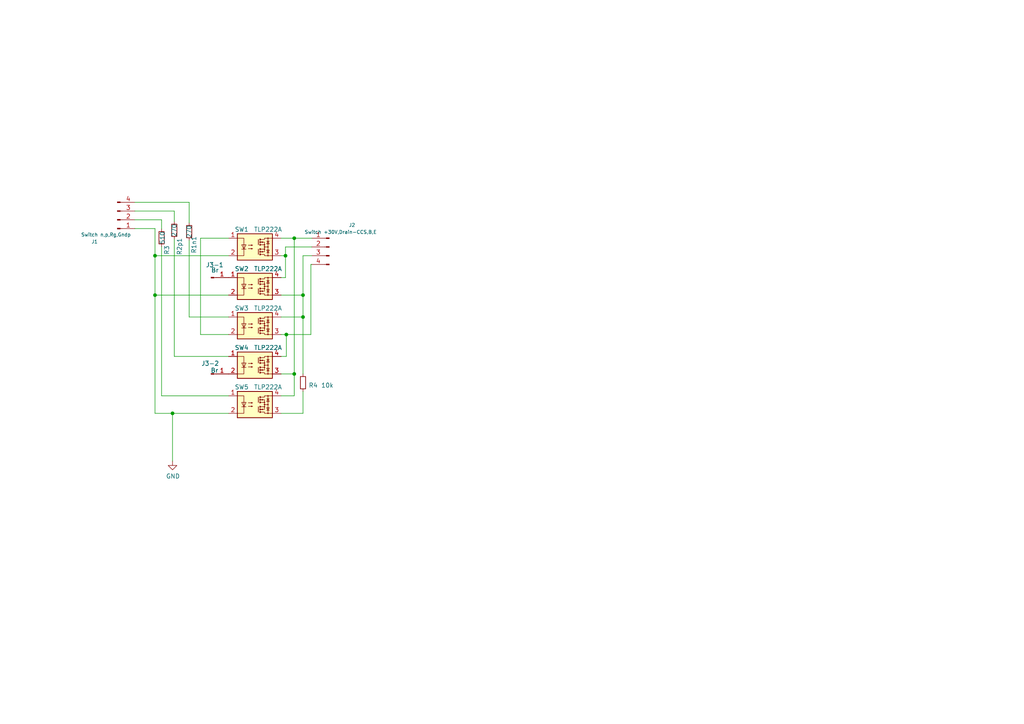
<source format=kicad_sch>
(kicad_sch (version 20211123) (generator eeschema)

  (uuid 4100db7a-9230-4f32-874f-cc5db8c21215)

  (paper "A4")

  (lib_symbols
    (symbol "Connector:Conn_01x01_Male" (pin_names (offset 1.016) hide) (in_bom yes) (on_board yes)
      (property "Reference" "J" (id 0) (at 0 2.54 0)
        (effects (font (size 1.27 1.27)))
      )
      (property "Value" "Conn_01x01_Male" (id 1) (at 0 -2.54 0)
        (effects (font (size 1.27 1.27)))
      )
      (property "Footprint" "" (id 2) (at 0 0 0)
        (effects (font (size 1.27 1.27)) hide)
      )
      (property "Datasheet" "~" (id 3) (at 0 0 0)
        (effects (font (size 1.27 1.27)) hide)
      )
      (property "ki_keywords" "connector" (id 4) (at 0 0 0)
        (effects (font (size 1.27 1.27)) hide)
      )
      (property "ki_description" "Generic connector, single row, 01x01, script generated (kicad-library-utils/schlib/autogen/connector/)" (id 5) (at 0 0 0)
        (effects (font (size 1.27 1.27)) hide)
      )
      (property "ki_fp_filters" "Connector*:*" (id 6) (at 0 0 0)
        (effects (font (size 1.27 1.27)) hide)
      )
      (symbol "Conn_01x01_Male_1_1"
        (polyline
          (pts
            (xy 1.27 0)
            (xy 0.8636 0)
          )
          (stroke (width 0.1524) (type default) (color 0 0 0 0))
          (fill (type none))
        )
        (rectangle (start 0.8636 0.127) (end 0 -0.127)
          (stroke (width 0.1524) (type default) (color 0 0 0 0))
          (fill (type outline))
        )
        (pin passive line (at 5.08 0 180) (length 3.81)
          (name "Pin_1" (effects (font (size 1.27 1.27))))
          (number "1" (effects (font (size 1.27 1.27))))
        )
      )
    )
    (symbol "Connector:Conn_01x04_Male" (pin_names (offset 1.016) hide) (in_bom yes) (on_board yes)
      (property "Reference" "J" (id 0) (at 0 5.08 0)
        (effects (font (size 1.27 1.27)))
      )
      (property "Value" "Conn_01x04_Male" (id 1) (at 0 -7.62 0)
        (effects (font (size 1.27 1.27)))
      )
      (property "Footprint" "" (id 2) (at 0 0 0)
        (effects (font (size 1.27 1.27)) hide)
      )
      (property "Datasheet" "~" (id 3) (at 0 0 0)
        (effects (font (size 1.27 1.27)) hide)
      )
      (property "ki_keywords" "connector" (id 4) (at 0 0 0)
        (effects (font (size 1.27 1.27)) hide)
      )
      (property "ki_description" "Generic connector, single row, 01x04, script generated (kicad-library-utils/schlib/autogen/connector/)" (id 5) (at 0 0 0)
        (effects (font (size 1.27 1.27)) hide)
      )
      (property "ki_fp_filters" "Connector*:*_1x??_*" (id 6) (at 0 0 0)
        (effects (font (size 1.27 1.27)) hide)
      )
      (symbol "Conn_01x04_Male_1_1"
        (polyline
          (pts
            (xy 1.27 -5.08)
            (xy 0.8636 -5.08)
          )
          (stroke (width 0.1524) (type default) (color 0 0 0 0))
          (fill (type none))
        )
        (polyline
          (pts
            (xy 1.27 -2.54)
            (xy 0.8636 -2.54)
          )
          (stroke (width 0.1524) (type default) (color 0 0 0 0))
          (fill (type none))
        )
        (polyline
          (pts
            (xy 1.27 0)
            (xy 0.8636 0)
          )
          (stroke (width 0.1524) (type default) (color 0 0 0 0))
          (fill (type none))
        )
        (polyline
          (pts
            (xy 1.27 2.54)
            (xy 0.8636 2.54)
          )
          (stroke (width 0.1524) (type default) (color 0 0 0 0))
          (fill (type none))
        )
        (rectangle (start 0.8636 -4.953) (end 0 -5.207)
          (stroke (width 0.1524) (type default) (color 0 0 0 0))
          (fill (type outline))
        )
        (rectangle (start 0.8636 -2.413) (end 0 -2.667)
          (stroke (width 0.1524) (type default) (color 0 0 0 0))
          (fill (type outline))
        )
        (rectangle (start 0.8636 0.127) (end 0 -0.127)
          (stroke (width 0.1524) (type default) (color 0 0 0 0))
          (fill (type outline))
        )
        (rectangle (start 0.8636 2.667) (end 0 2.413)
          (stroke (width 0.1524) (type default) (color 0 0 0 0))
          (fill (type outline))
        )
        (pin passive line (at 5.08 2.54 180) (length 3.81)
          (name "Pin_1" (effects (font (size 1.27 1.27))))
          (number "1" (effects (font (size 1.27 1.27))))
        )
        (pin passive line (at 5.08 0 180) (length 3.81)
          (name "Pin_2" (effects (font (size 1.27 1.27))))
          (number "2" (effects (font (size 1.27 1.27))))
        )
        (pin passive line (at 5.08 -2.54 180) (length 3.81)
          (name "Pin_3" (effects (font (size 1.27 1.27))))
          (number "3" (effects (font (size 1.27 1.27))))
        )
        (pin passive line (at 5.08 -5.08 180) (length 3.81)
          (name "Pin_4" (effects (font (size 1.27 1.27))))
          (number "4" (effects (font (size 1.27 1.27))))
        )
      )
    )
    (symbol "Device:R_Small" (pin_numbers hide) (pin_names (offset 0.254) hide) (in_bom yes) (on_board yes)
      (property "Reference" "R" (id 0) (at 0.762 0.508 0)
        (effects (font (size 1.27 1.27)) (justify left))
      )
      (property "Value" "R_Small" (id 1) (at 0.762 -1.016 0)
        (effects (font (size 1.27 1.27)) (justify left))
      )
      (property "Footprint" "" (id 2) (at 0 0 0)
        (effects (font (size 1.27 1.27)) hide)
      )
      (property "Datasheet" "~" (id 3) (at 0 0 0)
        (effects (font (size 1.27 1.27)) hide)
      )
      (property "ki_keywords" "R resistor" (id 4) (at 0 0 0)
        (effects (font (size 1.27 1.27)) hide)
      )
      (property "ki_description" "Resistor, small symbol" (id 5) (at 0 0 0)
        (effects (font (size 1.27 1.27)) hide)
      )
      (property "ki_fp_filters" "R_*" (id 6) (at 0 0 0)
        (effects (font (size 1.27 1.27)) hide)
      )
      (symbol "R_Small_0_1"
        (rectangle (start -0.762 1.778) (end 0.762 -1.778)
          (stroke (width 0.2032) (type default) (color 0 0 0 0))
          (fill (type none))
        )
      )
      (symbol "R_Small_1_1"
        (pin passive line (at 0 2.54 270) (length 0.762)
          (name "~" (effects (font (size 1.27 1.27))))
          (number "1" (effects (font (size 1.27 1.27))))
        )
        (pin passive line (at 0 -2.54 90) (length 0.762)
          (name "~" (effects (font (size 1.27 1.27))))
          (number "2" (effects (font (size 1.27 1.27))))
        )
      )
    )
    (symbol "Relay_SolidState:TLP222A" (in_bom yes) (on_board yes)
      (property "Reference" "U" (id 0) (at -5.08 5.08 0)
        (effects (font (size 1.27 1.27)) (justify left))
      )
      (property "Value" "TLP222A" (id 1) (at 0 5.08 0)
        (effects (font (size 1.27 1.27)) (justify left))
      )
      (property "Footprint" "Package_DIP:DIP-4_W7.62mm" (id 2) (at -5.08 -5.08 0)
        (effects (font (size 1.27 1.27) italic) (justify left) hide)
      )
      (property "Datasheet" "https://toshiba.semicon-storage.com/info/docget.jsp?did=17036&prodName=TLP222A" (id 3) (at 0 0 0)
        (effects (font (size 1.27 1.27)) (justify left) hide)
      )
      (property "ki_keywords" "MOSFET Output Photorelay 1-Form-A" (id 4) (at 0 0 0)
        (effects (font (size 1.27 1.27)) hide)
      )
      (property "ki_description" "MOSFET Photorelay 1-Form-A, Voff 60V, Ion 0,5A, DIP4" (id 5) (at 0 0 0)
        (effects (font (size 1.27 1.27)) hide)
      )
      (property "ki_fp_filters" "DIP*W7.62mm*" (id 6) (at 0 0 0)
        (effects (font (size 1.27 1.27)) hide)
      )
      (symbol "TLP222A_0_1"
        (rectangle (start -5.08 3.81) (end 5.08 -3.81)
          (stroke (width 0.254) (type default) (color 0 0 0 0))
          (fill (type background))
        )
        (polyline
          (pts
            (xy -3.81 -0.635)
            (xy -2.54 -0.635)
          )
          (stroke (width 0) (type default) (color 0 0 0 0))
          (fill (type none))
        )
        (polyline
          (pts
            (xy 1.016 -0.635)
            (xy 1.016 -2.159)
          )
          (stroke (width 0.2032) (type default) (color 0 0 0 0))
          (fill (type none))
        )
        (polyline
          (pts
            (xy 1.016 2.159)
            (xy 1.016 0.635)
          )
          (stroke (width 0.2032) (type default) (color 0 0 0 0))
          (fill (type none))
        )
        (polyline
          (pts
            (xy 1.524 -0.508)
            (xy 1.524 -0.762)
          )
          (stroke (width 0.3556) (type default) (color 0 0 0 0))
          (fill (type none))
        )
        (polyline
          (pts
            (xy 2.794 0)
            (xy 3.81 0)
          )
          (stroke (width 0) (type default) (color 0 0 0 0))
          (fill (type none))
        )
        (polyline
          (pts
            (xy 3.429 -1.651)
            (xy 4.191 -1.651)
          )
          (stroke (width 0) (type default) (color 0 0 0 0))
          (fill (type none))
        )
        (polyline
          (pts
            (xy 3.429 1.651)
            (xy 4.191 1.651)
          )
          (stroke (width 0) (type default) (color 0 0 0 0))
          (fill (type none))
        )
        (polyline
          (pts
            (xy 3.81 -2.54)
            (xy 3.81 2.54)
          )
          (stroke (width 0) (type default) (color 0 0 0 0))
          (fill (type none))
        )
        (polyline
          (pts
            (xy 1.524 -2.032)
            (xy 1.524 -2.286)
            (xy 1.524 -2.286)
          )
          (stroke (width 0.3556) (type default) (color 0 0 0 0))
          (fill (type none))
        )
        (polyline
          (pts
            (xy 1.524 -1.27)
            (xy 1.524 -1.524)
            (xy 1.524 -1.524)
          )
          (stroke (width 0.3556) (type default) (color 0 0 0 0))
          (fill (type none))
        )
        (polyline
          (pts
            (xy 1.524 0.762)
            (xy 1.524 0.508)
            (xy 1.524 0.508)
          )
          (stroke (width 0.3556) (type default) (color 0 0 0 0))
          (fill (type none))
        )
        (polyline
          (pts
            (xy 1.524 1.524)
            (xy 1.524 1.27)
            (xy 1.524 1.27)
          )
          (stroke (width 0.3556) (type default) (color 0 0 0 0))
          (fill (type none))
        )
        (polyline
          (pts
            (xy 1.524 2.286)
            (xy 1.524 2.032)
            (xy 1.524 2.032)
          )
          (stroke (width 0.3556) (type default) (color 0 0 0 0))
          (fill (type none))
        )
        (polyline
          (pts
            (xy 1.651 -1.397)
            (xy 2.794 -1.397)
            (xy 2.794 -0.635)
          )
          (stroke (width 0) (type default) (color 0 0 0 0))
          (fill (type none))
        )
        (polyline
          (pts
            (xy 1.651 1.397)
            (xy 2.794 1.397)
            (xy 2.794 0.635)
          )
          (stroke (width 0) (type default) (color 0 0 0 0))
          (fill (type none))
        )
        (polyline
          (pts
            (xy -5.08 2.54)
            (xy -3.175 2.54)
            (xy -3.175 -2.54)
            (xy -5.08 -2.54)
          )
          (stroke (width 0) (type default) (color 0 0 0 0))
          (fill (type none))
        )
        (polyline
          (pts
            (xy -3.175 -0.635)
            (xy -3.81 0.635)
            (xy -2.54 0.635)
            (xy -3.175 -0.635)
          )
          (stroke (width 0) (type default) (color 0 0 0 0))
          (fill (type none))
        )
        (polyline
          (pts
            (xy 1.651 -2.159)
            (xy 2.794 -2.159)
            (xy 2.794 -2.54)
            (xy 5.08 -2.54)
          )
          (stroke (width 0) (type default) (color 0 0 0 0))
          (fill (type none))
        )
        (polyline
          (pts
            (xy 1.651 -0.635)
            (xy 2.794 -0.635)
            (xy 2.794 0.635)
            (xy 1.651 0.635)
          )
          (stroke (width 0) (type default) (color 0 0 0 0))
          (fill (type none))
        )
        (polyline
          (pts
            (xy 1.651 2.159)
            (xy 2.794 2.159)
            (xy 2.794 2.54)
            (xy 5.08 2.54)
          )
          (stroke (width 0) (type default) (color 0 0 0 0))
          (fill (type none))
        )
        (polyline
          (pts
            (xy 1.778 -1.397)
            (xy 2.286 -1.27)
            (xy 2.286 -1.524)
            (xy 1.778 -1.397)
          )
          (stroke (width 0) (type default) (color 0 0 0 0))
          (fill (type none))
        )
        (polyline
          (pts
            (xy 1.778 1.397)
            (xy 2.286 1.524)
            (xy 2.286 1.27)
            (xy 1.778 1.397)
          )
          (stroke (width 0) (type default) (color 0 0 0 0))
          (fill (type none))
        )
        (polyline
          (pts
            (xy 3.81 -1.651)
            (xy 3.429 -0.889)
            (xy 4.191 -0.889)
            (xy 3.81 -1.651)
          )
          (stroke (width 0) (type default) (color 0 0 0 0))
          (fill (type none))
        )
        (polyline
          (pts
            (xy 3.81 1.651)
            (xy 3.429 0.889)
            (xy 4.191 0.889)
            (xy 3.81 1.651)
          )
          (stroke (width 0) (type default) (color 0 0 0 0))
          (fill (type none))
        )
        (polyline
          (pts
            (xy -1.905 -0.508)
            (xy -0.635 -0.508)
            (xy -1.016 -0.635)
            (xy -1.016 -0.381)
            (xy -0.635 -0.508)
          )
          (stroke (width 0) (type default) (color 0 0 0 0))
          (fill (type none))
        )
        (polyline
          (pts
            (xy -1.905 0.508)
            (xy -0.635 0.508)
            (xy -1.016 0.381)
            (xy -1.016 0.635)
            (xy -0.635 0.508)
          )
          (stroke (width 0) (type default) (color 0 0 0 0))
          (fill (type none))
        )
        (circle (center 2.794 -0.635) (radius 0.127)
          (stroke (width 0) (type default) (color 0 0 0 0))
          (fill (type none))
        )
        (circle (center 2.794 0) (radius 0.127)
          (stroke (width 0) (type default) (color 0 0 0 0))
          (fill (type none))
        )
        (circle (center 2.794 0.635) (radius 0.127)
          (stroke (width 0) (type default) (color 0 0 0 0))
          (fill (type none))
        )
        (circle (center 3.81 -2.54) (radius 0.127)
          (stroke (width 0) (type default) (color 0 0 0 0))
          (fill (type none))
        )
        (circle (center 3.81 0) (radius 0.127)
          (stroke (width 0) (type default) (color 0 0 0 0))
          (fill (type none))
        )
        (circle (center 3.81 2.54) (radius 0.127)
          (stroke (width 0) (type default) (color 0 0 0 0))
          (fill (type none))
        )
      )
      (symbol "TLP222A_1_1"
        (pin passive line (at -7.62 2.54 0) (length 2.54)
          (name "~" (effects (font (size 1.27 1.27))))
          (number "1" (effects (font (size 1.27 1.27))))
        )
        (pin passive line (at -7.62 -2.54 0) (length 2.54)
          (name "~" (effects (font (size 1.27 1.27))))
          (number "2" (effects (font (size 1.27 1.27))))
        )
        (pin passive line (at 7.62 -2.54 180) (length 2.54)
          (name "~" (effects (font (size 1.27 1.27))))
          (number "3" (effects (font (size 1.27 1.27))))
        )
        (pin passive line (at 7.62 2.54 180) (length 2.54)
          (name "~" (effects (font (size 1.27 1.27))))
          (number "4" (effects (font (size 1.27 1.27))))
        )
      )
    )
    (symbol "power:GND" (power) (pin_names (offset 0)) (in_bom yes) (on_board yes)
      (property "Reference" "#PWR" (id 0) (at 0 -6.35 0)
        (effects (font (size 1.27 1.27)) hide)
      )
      (property "Value" "GND" (id 1) (at 0 -3.81 0)
        (effects (font (size 1.27 1.27)))
      )
      (property "Footprint" "" (id 2) (at 0 0 0)
        (effects (font (size 1.27 1.27)) hide)
      )
      (property "Datasheet" "" (id 3) (at 0 0 0)
        (effects (font (size 1.27 1.27)) hide)
      )
      (property "ki_keywords" "global power" (id 4) (at 0 0 0)
        (effects (font (size 1.27 1.27)) hide)
      )
      (property "ki_description" "Power symbol creates a global label with name \"GND\" , ground" (id 5) (at 0 0 0)
        (effects (font (size 1.27 1.27)) hide)
      )
      (symbol "GND_0_1"
        (polyline
          (pts
            (xy 0 0)
            (xy 0 -1.27)
            (xy 1.27 -1.27)
            (xy 0 -2.54)
            (xy -1.27 -1.27)
            (xy 0 -1.27)
          )
          (stroke (width 0) (type default) (color 0 0 0 0))
          (fill (type none))
        )
      )
      (symbol "GND_1_1"
        (pin power_in line (at 0 0 270) (length 0) hide
          (name "GND" (effects (font (size 1.27 1.27))))
          (number "1" (effects (font (size 1.27 1.27))))
        )
      )
    )
  )

  (junction (at 85.344 108.458) (diameter 0) (color 0 0 0 0)
    (uuid 1fd86ab9-479a-4ba6-b98b-2d6f10503408)
  )
  (junction (at 44.958 74.168) (diameter 0) (color 0 0 0 0)
    (uuid 2d6d2eff-df19-4a56-ad29-ee84f1a4f0e2)
  )
  (junction (at 85.344 69.088) (diameter 0) (color 0 0 0 0)
    (uuid 2e8f7772-32c1-477c-b7d5-e302535d989a)
  )
  (junction (at 82.804 74.168) (diameter 0) (color 0 0 0 0)
    (uuid 372bb323-fc0c-415d-98b0-000fa22a2828)
  )
  (junction (at 87.884 85.598) (diameter 0) (color 0 0 0 0)
    (uuid 6f083b58-4795-42ea-a871-163dc39d025a)
  )
  (junction (at 50.038 119.888) (diameter 0) (color 0 0 0 0)
    (uuid a6b9e26e-6a0b-42c6-b58f-9f1e13a51943)
  )
  (junction (at 44.958 85.598) (diameter 0) (color 0 0 0 0)
    (uuid de1f553e-abdf-4ce7-9142-a3cbfe9302a1)
  )
  (junction (at 83.058 97.028) (diameter 0) (color 0 0 0 0)
    (uuid e7afa008-2d81-4642-a60a-b97c690a09a7)
  )
  (junction (at 87.884 91.948) (diameter 0) (color 0 0 0 0)
    (uuid f7e42e41-5764-4eba-a320-78c92bd9a3d6)
  )

  (wire (pts (xy 44.958 74.168) (xy 44.958 85.598))
    (stroke (width 0) (type default) (color 0 0 0 0))
    (uuid 10a79efa-a547-43df-b303-1c0ec1fee9f6)
  )
  (wire (pts (xy 44.958 119.888) (xy 44.958 85.598))
    (stroke (width 0) (type default) (color 0 0 0 0))
    (uuid 15137571-5678-4c5f-ad16-3be5d9868c5b)
  )
  (wire (pts (xy 81.534 108.458) (xy 85.344 108.458))
    (stroke (width 0) (type default) (color 0 0 0 0))
    (uuid 15daee67-08df-47a1-943b-1d133b597e90)
  )
  (wire (pts (xy 44.958 66.294) (xy 44.958 74.168))
    (stroke (width 0) (type default) (color 0 0 0 0))
    (uuid 21141220-5f5e-4fbe-b35a-50ea4c9930e9)
  )
  (wire (pts (xy 87.884 85.598) (xy 87.884 91.948))
    (stroke (width 0) (type default) (color 0 0 0 0))
    (uuid 2b42ab25-4771-4eaa-96f9-70a828866b78)
  )
  (wire (pts (xy 66.294 114.808) (xy 46.863 114.808))
    (stroke (width 0) (type default) (color 0 0 0 0))
    (uuid 2be8928c-674e-4648-b85c-c451fe7ef362)
  )
  (wire (pts (xy 81.534 114.808) (xy 85.344 114.808))
    (stroke (width 0) (type default) (color 0 0 0 0))
    (uuid 30861110-19e6-40e7-b5d9-3de16f134125)
  )
  (wire (pts (xy 81.534 103.378) (xy 83.058 103.378))
    (stroke (width 0) (type default) (color 0 0 0 0))
    (uuid 330250ae-6a0e-4827-9da2-1f93dd9a6054)
  )
  (wire (pts (xy 50.546 61.214) (xy 50.546 64.262))
    (stroke (width 0) (type default) (color 0 0 0 0))
    (uuid 33094ffe-b342-4a39-81a4-004c440a6e51)
  )
  (wire (pts (xy 58.166 69.088) (xy 66.294 69.088))
    (stroke (width 0) (type default) (color 0 0 0 0))
    (uuid 40a30a4c-1f8a-413d-bddd-7539d2f80485)
  )
  (wire (pts (xy 82.804 74.168) (xy 82.804 71.628))
    (stroke (width 0) (type default) (color 0 0 0 0))
    (uuid 42cbd19d-d389-45a8-ad86-a3ba49c33657)
  )
  (wire (pts (xy 81.534 80.518) (xy 82.804 80.518))
    (stroke (width 0) (type default) (color 0 0 0 0))
    (uuid 43b6712b-1c27-4e20-b1ed-0340a6f418c7)
  )
  (wire (pts (xy 58.166 69.088) (xy 58.166 97.028))
    (stroke (width 0) (type default) (color 0 0 0 0))
    (uuid 43f1f9d6-deb4-46c8-937b-0eba14c33823)
  )
  (wire (pts (xy 90.17 97.028) (xy 90.17 76.708))
    (stroke (width 0) (type default) (color 0 0 0 0))
    (uuid 459e7480-93da-4d26-8161-8985a2177fcf)
  )
  (wire (pts (xy 81.534 74.168) (xy 82.804 74.168))
    (stroke (width 0) (type default) (color 0 0 0 0))
    (uuid 48782628-f238-4c22-8773-0c13ece411da)
  )
  (wire (pts (xy 50.546 69.342) (xy 50.546 103.378))
    (stroke (width 0) (type default) (color 0 0 0 0))
    (uuid 4c2ad6cf-bb9a-4dde-b7cf-13bf53e2f226)
  )
  (wire (pts (xy 83.058 97.028) (xy 90.17 97.028))
    (stroke (width 0) (type default) (color 0 0 0 0))
    (uuid 59045fe6-af56-4491-b0d5-439780158e09)
  )
  (wire (pts (xy 87.884 74.168) (xy 87.884 85.598))
    (stroke (width 0) (type default) (color 0 0 0 0))
    (uuid 59d3971c-3de3-4cde-b447-3c2e7e20c851)
  )
  (wire (pts (xy 44.958 119.888) (xy 50.038 119.888))
    (stroke (width 0) (type default) (color 0 0 0 0))
    (uuid 5d7bfd7b-8498-4a2c-be38-93966b926848)
  )
  (wire (pts (xy 54.864 91.948) (xy 66.294 91.948))
    (stroke (width 0) (type default) (color 0 0 0 0))
    (uuid 625cbdda-43a7-42b5-b62b-a6aa65b52d7d)
  )
  (wire (pts (xy 81.534 85.598) (xy 87.884 85.598))
    (stroke (width 0) (type default) (color 0 0 0 0))
    (uuid 74b70a8d-fbbf-4d60-9fe8-93216d114a74)
  )
  (wire (pts (xy 87.884 113.538) (xy 87.884 119.888))
    (stroke (width 0) (type default) (color 0 0 0 0))
    (uuid 7eb8bd25-1bf2-46a0-ae00-6a86c9dcf853)
  )
  (wire (pts (xy 39.116 58.674) (xy 54.864 58.674))
    (stroke (width 0) (type default) (color 0 0 0 0))
    (uuid 82ca0ae8-4355-4435-aaa1-cab5ec4b2e54)
  )
  (wire (pts (xy 39.116 66.294) (xy 44.958 66.294))
    (stroke (width 0) (type default) (color 0 0 0 0))
    (uuid 83cb9b54-74b9-4b1a-8737-abf055823ef2)
  )
  (wire (pts (xy 82.804 71.628) (xy 90.424 71.628))
    (stroke (width 0) (type default) (color 0 0 0 0))
    (uuid 862e3e38-1711-46ea-b9b4-293e2470416d)
  )
  (wire (pts (xy 39.116 63.754) (xy 46.863 63.754))
    (stroke (width 0) (type default) (color 0 0 0 0))
    (uuid 8698beaa-63b3-4dc2-bac5-7b8622a9d631)
  )
  (wire (pts (xy 81.534 69.088) (xy 85.344 69.088))
    (stroke (width 0) (type default) (color 0 0 0 0))
    (uuid 8b05a6d9-820a-4318-a3e6-3c8452db608b)
  )
  (wire (pts (xy 85.344 69.088) (xy 85.344 108.458))
    (stroke (width 0) (type default) (color 0 0 0 0))
    (uuid 8f438442-91f1-4202-b47b-91b8182a4de6)
  )
  (wire (pts (xy 81.534 97.028) (xy 83.058 97.028))
    (stroke (width 0) (type default) (color 0 0 0 0))
    (uuid a0e32253-3b2c-4619-8af6-9ff7a5fa7e9a)
  )
  (wire (pts (xy 46.863 63.754) (xy 46.863 66.421))
    (stroke (width 0) (type default) (color 0 0 0 0))
    (uuid a9c3e3e3-924e-46bd-bc5a-2f9248ee2ca8)
  )
  (wire (pts (xy 44.958 74.168) (xy 66.294 74.168))
    (stroke (width 0) (type default) (color 0 0 0 0))
    (uuid ab2c5fa4-56dd-4b20-a205-93dca63eab3b)
  )
  (wire (pts (xy 81.534 119.888) (xy 87.884 119.888))
    (stroke (width 0) (type default) (color 0 0 0 0))
    (uuid aec7942a-d721-401a-b9e2-875ab81a6b67)
  )
  (wire (pts (xy 50.546 103.378) (xy 66.294 103.378))
    (stroke (width 0) (type default) (color 0 0 0 0))
    (uuid aee68ca9-527d-4f50-ac59-421cd99a63a1)
  )
  (wire (pts (xy 87.884 91.948) (xy 87.884 108.458))
    (stroke (width 0) (type default) (color 0 0 0 0))
    (uuid b6518771-5e3e-4258-b388-153b6b6c9bea)
  )
  (wire (pts (xy 44.958 85.598) (xy 66.294 85.598))
    (stroke (width 0) (type default) (color 0 0 0 0))
    (uuid b727255e-f4c8-4085-aab8-ab4aa19324a7)
  )
  (wire (pts (xy 81.534 91.948) (xy 87.884 91.948))
    (stroke (width 0) (type default) (color 0 0 0 0))
    (uuid bb16b176-b9e5-4b28-91ec-67305619fe90)
  )
  (wire (pts (xy 87.884 74.168) (xy 90.424 74.168))
    (stroke (width 0) (type default) (color 0 0 0 0))
    (uuid bb53ffa4-c573-47fe-85e4-e64b76bbd6c5)
  )
  (wire (pts (xy 85.344 69.088) (xy 90.424 69.088))
    (stroke (width 0) (type default) (color 0 0 0 0))
    (uuid c0a38de0-3922-4d53-831e-29a2c1307ee8)
  )
  (wire (pts (xy 82.804 74.168) (xy 82.804 80.518))
    (stroke (width 0) (type default) (color 0 0 0 0))
    (uuid c36623e6-52f3-47f7-80a3-f169ebb59116)
  )
  (wire (pts (xy 83.058 97.028) (xy 83.058 103.378))
    (stroke (width 0) (type default) (color 0 0 0 0))
    (uuid c4580c1f-c2ed-4ae7-8a12-2b7b8dc4e813)
  )
  (wire (pts (xy 39.116 61.214) (xy 50.546 61.214))
    (stroke (width 0) (type default) (color 0 0 0 0))
    (uuid c47d7973-7028-4168-8388-ecb2bb798573)
  )
  (wire (pts (xy 50.038 119.888) (xy 50.038 133.731))
    (stroke (width 0) (type default) (color 0 0 0 0))
    (uuid cc1e22d4-dd12-44b3-b687-56daedf624ed)
  )
  (wire (pts (xy 46.863 71.501) (xy 46.863 114.808))
    (stroke (width 0) (type default) (color 0 0 0 0))
    (uuid d69ccc4a-3dff-40a0-aa1d-4d80a071ae1f)
  )
  (wire (pts (xy 54.864 58.674) (xy 54.864 64.643))
    (stroke (width 0) (type default) (color 0 0 0 0))
    (uuid d82f357a-2af1-4681-9529-7868fbcde57a)
  )
  (wire (pts (xy 50.038 119.888) (xy 66.294 119.888))
    (stroke (width 0) (type default) (color 0 0 0 0))
    (uuid dce02531-4e0a-40eb-b360-7062ebd13d33)
  )
  (wire (pts (xy 90.17 76.708) (xy 90.424 76.708))
    (stroke (width 0) (type default) (color 0 0 0 0))
    (uuid e6c10b74-344f-44ac-993e-80fab8b97a89)
  )
  (wire (pts (xy 85.344 108.458) (xy 85.344 114.808))
    (stroke (width 0) (type default) (color 0 0 0 0))
    (uuid f2fc50d3-afa4-4fd8-ae78-a6c089bf41f3)
  )
  (wire (pts (xy 54.864 91.948) (xy 54.864 69.723))
    (stroke (width 0) (type default) (color 0 0 0 0))
    (uuid f5fff607-f11d-4e9f-86f1-c77918d0eca5)
  )
  (wire (pts (xy 58.166 97.028) (xy 66.294 97.028))
    (stroke (width 0) (type default) (color 0 0 0 0))
    (uuid faa12b58-fa65-45fc-8e19-d1ae5b374aff)
  )

  (symbol (lib_id "Relay_SolidState:TLP222A") (at 73.914 71.628 0) (unit 1)
    (in_bom yes) (on_board yes)
    (uuid 00000000-0000-0000-0000-0000620a01b4)
    (property "Reference" "SW1" (id 0) (at 70.104 66.548 0))
    (property "Value" "TLP222A" (id 1) (at 77.724 66.548 0))
    (property "Footprint" "Package_DIP:DIP-4_W7.62mm" (id 2) (at 68.834 76.708 0)
      (effects (font (size 1.27 1.27) italic) (justify left) hide)
    )
    (property "Datasheet" "https://toshiba.semicon-storage.com/info/docget.jsp?did=17036&prodName=TLP222A" (id 3) (at 73.914 71.628 0)
      (effects (font (size 1.27 1.27)) (justify left) hide)
    )
    (pin "1" (uuid 6c7358b8-ceca-41f8-a851-7337fbefcf9e))
    (pin "2" (uuid 16b0fef2-500a-4acb-b90a-414e347b3051))
    (pin "3" (uuid 94aa1deb-75e5-4ff1-9091-4890e237f1b6))
    (pin "4" (uuid 5a9980db-cdd9-4a99-8f6a-21bf31debb52))
  )

  (symbol (lib_id "Relay_SolidState:TLP222A") (at 73.914 105.918 0) (unit 1)
    (in_bom yes) (on_board yes)
    (uuid 00000000-0000-0000-0000-0000621cdc23)
    (property "Reference" "SW4" (id 0) (at 70.104 100.838 0))
    (property "Value" "TLP222A" (id 1) (at 77.724 100.838 0))
    (property "Footprint" "Package_DIP:DIP-4_W7.62mm" (id 2) (at 68.834 110.998 0)
      (effects (font (size 1.27 1.27) italic) (justify left) hide)
    )
    (property "Datasheet" "https://toshiba.semicon-storage.com/info/docget.jsp?did=17036&prodName=TLP222A" (id 3) (at 73.914 105.918 0)
      (effects (font (size 1.27 1.27)) (justify left) hide)
    )
    (pin "1" (uuid fa008ff9-cefb-4269-805d-1debc2290ad3))
    (pin "2" (uuid f3bdb640-e38d-4998-89c1-3aaf90a54634))
    (pin "3" (uuid 2b038ae5-fb68-41f9-8381-cc18575913c3))
    (pin "4" (uuid b0e13ad4-5d7c-4926-8c8f-121cd9cb3094))
  )

  (symbol (lib_id "Device:R_Small") (at 54.864 67.183 180) (unit 1)
    (in_bom yes) (on_board yes)
    (uuid 00000000-0000-0000-0000-0000621eabd4)
    (property "Reference" "R1n1" (id 0) (at 56.261 70.993 90))
    (property "Value" "270" (id 1) (at 54.864 67.183 90))
    (property "Footprint" "Resistor_SMD:R_1206_3216Metric_Pad1.30x1.75mm_HandSolder" (id 2) (at 54.864 67.183 0)
      (effects (font (size 1.27 1.27)) hide)
    )
    (property "Datasheet" "~" (id 3) (at 54.864 67.183 0)
      (effects (font (size 1.27 1.27)) hide)
    )
    (pin "1" (uuid 84983ce1-1610-446c-8624-306615b7ef72))
    (pin "2" (uuid ab8ebeb6-0723-4728-96f4-13f0c4edee18))
  )

  (symbol (lib_id "Device:R_Small") (at 50.546 66.802 0) (unit 1)
    (in_bom yes) (on_board yes)
    (uuid 00000000-0000-0000-0000-0000621ec67f)
    (property "Reference" "R2p1" (id 0) (at 52.07 71.501 90))
    (property "Value" "270" (id 1) (at 50.546 66.802 90))
    (property "Footprint" "Resistor_SMD:R_1206_3216Metric_Pad1.30x1.75mm_HandSolder" (id 2) (at 50.546 66.802 0)
      (effects (font (size 1.27 1.27)) hide)
    )
    (property "Datasheet" "~" (id 3) (at 50.546 66.802 0)
      (effects (font (size 1.27 1.27)) hide)
    )
    (pin "1" (uuid aba186c7-25de-469e-a1bb-b2e22086502d))
    (pin "2" (uuid 12079283-fdc8-4c74-b1a7-ff342ae8143d))
  )

  (symbol (lib_id "Device:R_Small") (at 46.863 68.961 0) (unit 1)
    (in_bom yes) (on_board yes)
    (uuid 00000000-0000-0000-0000-000062257219)
    (property "Reference" "R3" (id 0) (at 48.387 72.517 90))
    (property "Value" "510" (id 1) (at 47.117 68.961 90))
    (property "Footprint" "Resistor_SMD:R_1206_3216Metric_Pad1.30x1.75mm_HandSolder" (id 2) (at 46.863 68.961 0)
      (effects (font (size 1.27 1.27)) hide)
    )
    (property "Datasheet" "~" (id 3) (at 46.863 68.961 0)
      (effects (font (size 1.27 1.27)) hide)
    )
    (pin "1" (uuid 94b5dfcd-e5cc-40c8-8a33-a6b4b1daec9a))
    (pin "2" (uuid b2ee27cc-83f5-4a60-8857-5b1deb33cb18))
  )

  (symbol (lib_id "Relay_SolidState:TLP222A") (at 73.914 94.488 0) (unit 1)
    (in_bom yes) (on_board yes)
    (uuid 00000000-0000-0000-0000-0000628579bb)
    (property "Reference" "SW3" (id 0) (at 70.104 89.408 0))
    (property "Value" "TLP222A" (id 1) (at 77.724 89.408 0))
    (property "Footprint" "Package_DIP:DIP-4_W7.62mm" (id 2) (at 68.834 99.568 0)
      (effects (font (size 1.27 1.27) italic) (justify left) hide)
    )
    (property "Datasheet" "https://toshiba.semicon-storage.com/info/docget.jsp?did=17036&prodName=TLP222A" (id 3) (at 73.914 94.488 0)
      (effects (font (size 1.27 1.27)) (justify left) hide)
    )
    (pin "1" (uuid ca518983-699f-43d2-9b32-9be68ec9b639))
    (pin "2" (uuid f74c6d8c-b2cf-4765-ba8c-70e56c230a56))
    (pin "3" (uuid b1790842-9558-496f-a473-493dc50cbf76))
    (pin "4" (uuid de9b7579-733e-4bb0-91a4-2baac23bd7a3))
  )

  (symbol (lib_id "Relay_SolidState:TLP222A") (at 73.914 83.058 0) (unit 1)
    (in_bom yes) (on_board yes)
    (uuid 00000000-0000-0000-0000-00006289ac96)
    (property "Reference" "SW2" (id 0) (at 70.104 77.978 0))
    (property "Value" "TLP222A" (id 1) (at 77.724 77.978 0))
    (property "Footprint" "Package_DIP:DIP-4_W7.62mm" (id 2) (at 68.834 88.138 0)
      (effects (font (size 1.27 1.27) italic) (justify left) hide)
    )
    (property "Datasheet" "https://toshiba.semicon-storage.com/info/docget.jsp?did=17036&prodName=TLP222A" (id 3) (at 73.914 83.058 0)
      (effects (font (size 1.27 1.27)) (justify left) hide)
    )
    (pin "1" (uuid 1242d916-8235-4a60-bcad-45e48528a50a))
    (pin "2" (uuid f635faed-d6ba-4e1d-94ac-b44c615f3543))
    (pin "3" (uuid 5fd7eef0-e868-4811-a5a6-447bd2e0eba5))
    (pin "4" (uuid 5872e19c-04af-44cc-b639-656c8822db4e))
  )

  (symbol (lib_id "Relay_SolidState:TLP222A") (at 73.914 117.348 0) (unit 1)
    (in_bom yes) (on_board yes)
    (uuid 00000000-0000-0000-0000-000062974252)
    (property "Reference" "SW5" (id 0) (at 70.104 112.268 0))
    (property "Value" "TLP222A" (id 1) (at 77.724 112.268 0))
    (property "Footprint" "Package_DIP:DIP-4_W7.62mm" (id 2) (at 68.834 122.428 0)
      (effects (font (size 1.27 1.27) italic) (justify left) hide)
    )
    (property "Datasheet" "https://toshiba.semicon-storage.com/info/docget.jsp?did=17036&prodName=TLP222A" (id 3) (at 73.914 117.348 0)
      (effects (font (size 1.27 1.27)) (justify left) hide)
    )
    (pin "1" (uuid 017a24e8-1b7f-48d4-b3da-26ac96175b3f))
    (pin "2" (uuid bfd66de6-531c-4bf3-b683-74b02b0d28be))
    (pin "3" (uuid a514468f-de3f-4153-b258-3b0d6bebd76e))
    (pin "4" (uuid 1ced2d0b-7f95-46cf-af3c-b807396ad639))
  )

  (symbol (lib_id "power:GND") (at 50.038 133.731 0) (unit 1)
    (in_bom yes) (on_board yes)
    (uuid 00000000-0000-0000-0000-0000629a88d9)
    (property "Reference" "#PWR02" (id 0) (at 50.038 140.081 0)
      (effects (font (size 1.27 1.27)) hide)
    )
    (property "Value" "GND" (id 1) (at 50.165 138.1252 0))
    (property "Footprint" "" (id 2) (at 50.038 133.731 0)
      (effects (font (size 1.27 1.27)) hide)
    )
    (property "Datasheet" "" (id 3) (at 50.038 133.731 0)
      (effects (font (size 1.27 1.27)) hide)
    )
    (pin "1" (uuid baa5a27e-1126-4cad-95ff-2d911da4d9f5))
  )

  (symbol (lib_id "Device:R_Small") (at 87.884 110.998 180) (unit 1)
    (in_bom yes) (on_board yes)
    (uuid 00000000-0000-0000-0000-000062a8e365)
    (property "Reference" "R4" (id 0) (at 92.202 111.76 0)
      (effects (font (size 1.27 1.27)) (justify left))
    )
    (property "Value" "10k" (id 1) (at 96.774 111.76 0)
      (effects (font (size 1.27 1.27)) (justify left))
    )
    (property "Footprint" "Resistor_THT:R_Axial_DIN0207_L6.3mm_D2.5mm_P10.16mm_Horizontal" (id 2) (at 87.884 110.998 0)
      (effects (font (size 1.27 1.27)) hide)
    )
    (property "Datasheet" "~" (id 3) (at 87.884 110.998 0)
      (effects (font (size 1.27 1.27)) hide)
    )
    (pin "1" (uuid eabce7ed-ade8-45ae-90d0-d273760ae702))
    (pin "2" (uuid 29fab846-7470-478d-9b5d-bfb9297c365f))
  )

  (symbol (lib_id "Connector:Conn_01x04_Male") (at 34.036 63.754 0) (mirror x) (unit 1)
    (in_bom yes) (on_board yes)
    (uuid 00000000-0000-0000-0000-000063942cda)
    (property "Reference" "J1" (id 0) (at 27.432 70.104 0)
      (effects (font (size 0.9906 0.9906)))
    )
    (property "Value" "Switch n,p,Rg,Gndp" (id 1) (at 30.734 68.072 0)
      (effects (font (size 0.9906 0.9906)))
    )
    (property "Footprint" "Connector_PinHeader_2.54mm:PinHeader_1x04_P2.54mm_Vertical" (id 2) (at 34.036 63.754 0)
      (effects (font (size 1.27 1.27)) hide)
    )
    (property "Datasheet" "~" (id 3) (at 34.036 63.754 0)
      (effects (font (size 1.27 1.27)) hide)
    )
    (pin "1" (uuid e8c8449f-65a3-4a79-b85b-2dd0edb50baf))
    (pin "2" (uuid b0200d5d-cf12-4760-a073-28b3a33e71f6))
    (pin "3" (uuid 41e826e9-741b-4763-a1f6-049c072e2f51))
    (pin "4" (uuid 7e1b7cb6-c496-4d12-8580-65b193c23702))
  )

  (symbol (lib_id "Connector:Conn_01x04_Male") (at 95.504 71.628 0) (mirror y) (unit 1)
    (in_bom yes) (on_board yes)
    (uuid 70b4b48e-2db7-4b33-bad6-21bbfa8e3711)
    (property "Reference" "J2" (id 0) (at 102.108 65.278 0)
      (effects (font (size 0.9906 0.9906)))
    )
    (property "Value" "Switch +30V,Drain-CCS,B,E" (id 1) (at 98.806 67.31 0)
      (effects (font (size 0.9906 0.9906)))
    )
    (property "Footprint" "Connector_PinHeader_2.54mm:PinHeader_1x04_P2.54mm_Vertical" (id 2) (at 95.504 71.628 0)
      (effects (font (size 1.27 1.27)) hide)
    )
    (property "Datasheet" "~" (id 3) (at 95.504 71.628 0)
      (effects (font (size 1.27 1.27)) hide)
    )
    (pin "1" (uuid 20608e88-2656-4e01-b560-4fdd85106da6))
    (pin "2" (uuid 5b098491-5595-4517-a7d1-0b302d86ea81))
    (pin "3" (uuid 21836ca3-6605-4c23-af5b-5a25f86d5604))
    (pin "4" (uuid 11bd2aaa-88ef-4090-8fe3-64c8e967b6eb))
  )

  (symbol (lib_id "Connector:Conn_01x01_Male") (at 61.214 80.518 0) (unit 1)
    (in_bom yes) (on_board yes)
    (uuid 7a7c8892-3477-4288-9152-80bdb52e561c)
    (property "Reference" "J3-1" (id 0) (at 59.69 76.835 0)
      (effects (font (size 1.27 1.27)) (justify left))
    )
    (property "Value" "Br" (id 1) (at 61.214 78.359 0)
      (effects (font (size 1.27 1.27)) (justify left))
    )
    (property "Footprint" "Connector_PinHeader_2.54mm:PinHeader_1x01_P2.54mm_Vertical" (id 2) (at 61.214 80.518 0)
      (effects (font (size 1.27 1.27)) hide)
    )
    (property "Datasheet" "~" (id 3) (at 61.214 80.518 0)
      (effects (font (size 1.27 1.27)) hide)
    )
    (pin "1" (uuid afa9a1cb-3772-4fe0-bbd0-cad115982821))
  )

  (symbol (lib_id "Connector:Conn_01x01_Male") (at 61.214 108.458 0) (unit 1)
    (in_bom yes) (on_board yes)
    (uuid c4c05645-ea8e-4790-92b8-3e10f6e7c65a)
    (property "Reference" "J3-2" (id 0) (at 60.96 105.41 0))
    (property "Value" "Br" (id 1) (at 62.23 107.442 0))
    (property "Footprint" "Connector_PinHeader_2.54mm:PinHeader_1x01_P2.54mm_Vertical" (id 2) (at 61.214 108.458 0)
      (effects (font (size 1.27 1.27)) hide)
    )
    (property "Datasheet" "~" (id 3) (at 61.214 108.458 0)
      (effects (font (size 1.27 1.27)) hide)
    )
    (pin "1" (uuid c26f8b60-c84e-4b9e-88ed-7722d3d2e2f0))
  )

  (sheet_instances
    (path "/" (page "1"))
  )

  (symbol_instances
    (path "/00000000-0000-0000-0000-0000629a88d9"
      (reference "#PWR02") (unit 1) (value "GND") (footprint "")
    )
    (path "/00000000-0000-0000-0000-000063942cda"
      (reference "J1") (unit 1) (value "Switch n,p,Rg,Gndp") (footprint "Connector_PinHeader_2.54mm:PinHeader_1x04_P2.54mm_Vertical")
    )
    (path "/70b4b48e-2db7-4b33-bad6-21bbfa8e3711"
      (reference "J2") (unit 1) (value "Switch +30V,Drain-CCS,B,E") (footprint "Connector_PinHeader_2.54mm:PinHeader_1x04_P2.54mm_Vertical")
    )
    (path "/7a7c8892-3477-4288-9152-80bdb52e561c"
      (reference "J3-1") (unit 1) (value "Br") (footprint "Connector_PinHeader_2.54mm:PinHeader_1x01_P2.54mm_Vertical")
    )
    (path "/c4c05645-ea8e-4790-92b8-3e10f6e7c65a"
      (reference "J3-2") (unit 1) (value "Br") (footprint "Connector_PinHeader_2.54mm:PinHeader_1x01_P2.54mm_Vertical")
    )
    (path "/00000000-0000-0000-0000-0000621eabd4"
      (reference "R1n1") (unit 1) (value "270") (footprint "Resistor_SMD:R_1206_3216Metric_Pad1.30x1.75mm_HandSolder")
    )
    (path "/00000000-0000-0000-0000-0000621ec67f"
      (reference "R2p1") (unit 1) (value "270") (footprint "Resistor_SMD:R_1206_3216Metric_Pad1.30x1.75mm_HandSolder")
    )
    (path "/00000000-0000-0000-0000-000062257219"
      (reference "R3") (unit 1) (value "510") (footprint "Resistor_SMD:R_1206_3216Metric_Pad1.30x1.75mm_HandSolder")
    )
    (path "/00000000-0000-0000-0000-000062a8e365"
      (reference "R4") (unit 1) (value "10k") (footprint "Resistor_THT:R_Axial_DIN0207_L6.3mm_D2.5mm_P10.16mm_Horizontal")
    )
    (path "/00000000-0000-0000-0000-0000620a01b4"
      (reference "SW1") (unit 1) (value "TLP222A") (footprint "Package_DIP:DIP-4_W7.62mm")
    )
    (path "/00000000-0000-0000-0000-00006289ac96"
      (reference "SW2") (unit 1) (value "TLP222A") (footprint "Package_DIP:DIP-4_W7.62mm")
    )
    (path "/00000000-0000-0000-0000-0000628579bb"
      (reference "SW3") (unit 1) (value "TLP222A") (footprint "Package_DIP:DIP-4_W7.62mm")
    )
    (path "/00000000-0000-0000-0000-0000621cdc23"
      (reference "SW4") (unit 1) (value "TLP222A") (footprint "Package_DIP:DIP-4_W7.62mm")
    )
    (path "/00000000-0000-0000-0000-000062974252"
      (reference "SW5") (unit 1) (value "TLP222A") (footprint "Package_DIP:DIP-4_W7.62mm")
    )
  )
)

</source>
